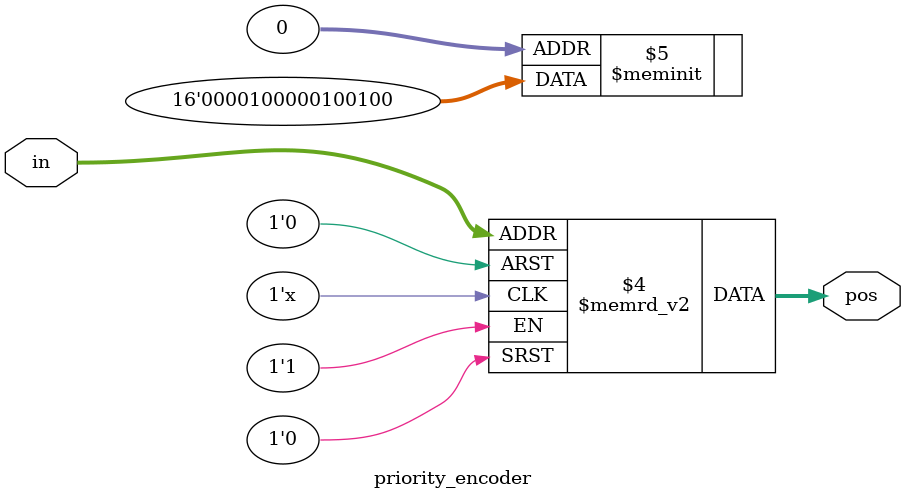
<source format=v>
module priority_encoder( 
input [2:0] in,
output reg [1:0] pos ); 
// When sel=1, assign b to out
always @(in) begin
	case(in)
	3'b000: pos = 2'b00;
	3'b001: pos = 2'b01;
	3'b010: pos = 2'b10;
	3'b011: pos = 2'b00;
	3'b100: pos = 2'b00;
	3'b101: pos = 2'b10;
	3'b110: pos = 2'b00;
	3'b111: pos = 2'b00;
	endcase
end
endmodule

</source>
